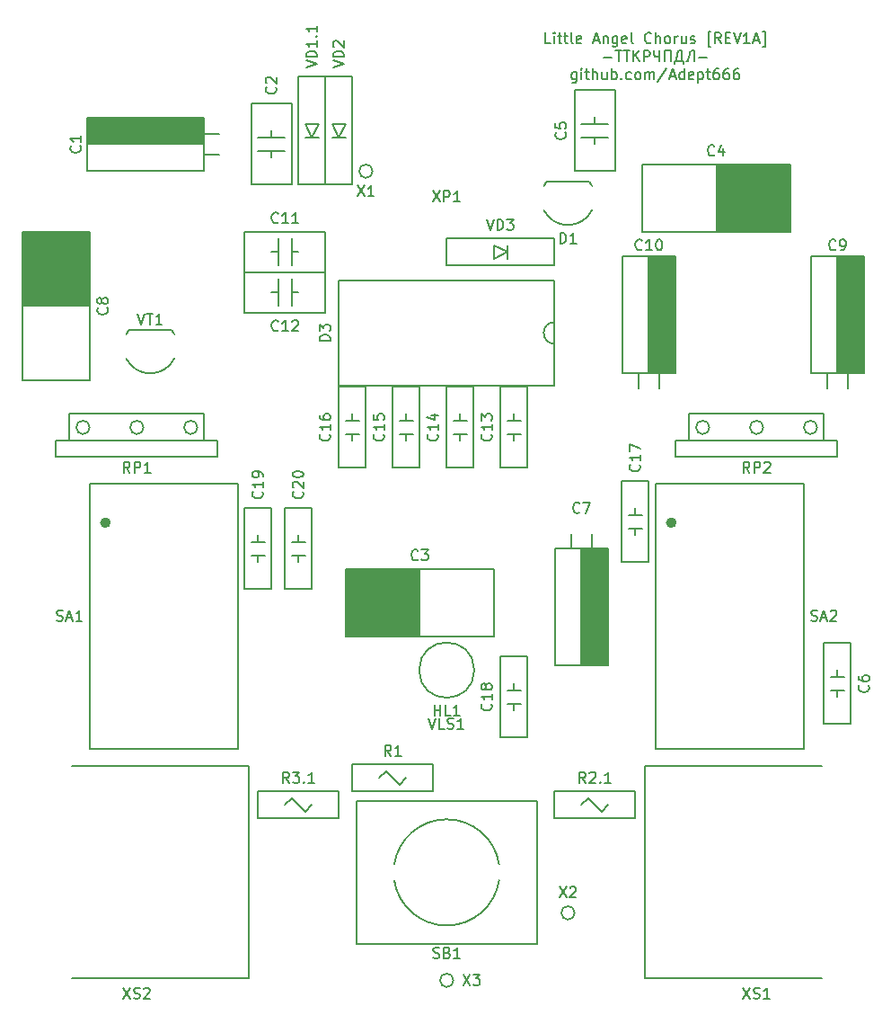
<source format=gbr>
G04 #@! TF.GenerationSoftware,KiCad,Pcbnew,5.1.6-c6e7f7d~87~ubuntu19.10.1*
G04 #@! TF.CreationDate,2021-07-29T05:59:27+06:00*
G04 #@! TF.ProjectId,little_angel_chorus_r1a,6c697474-6c65-45f6-916e-67656c5f6368,1A*
G04 #@! TF.SameCoordinates,Original*
G04 #@! TF.FileFunction,Legend,Top*
G04 #@! TF.FilePolarity,Positive*
%FSLAX46Y46*%
G04 Gerber Fmt 4.6, Leading zero omitted, Abs format (unit mm)*
G04 Created by KiCad (PCBNEW 5.1.6-c6e7f7d~87~ubuntu19.10.1) date 2021-07-29 05:59:27*
%MOMM*%
%LPD*%
G01*
G04 APERTURE LIST*
%ADD10C,0.200000*%
%ADD11C,0.100000*%
%ADD12C,0.500000*%
G04 APERTURE END LIST*
D10*
X115214047Y-94637380D02*
X114737857Y-94637380D01*
X114737857Y-93637380D01*
X115547380Y-94637380D02*
X115547380Y-93970714D01*
X115547380Y-93637380D02*
X115499761Y-93685000D01*
X115547380Y-93732619D01*
X115595000Y-93685000D01*
X115547380Y-93637380D01*
X115547380Y-93732619D01*
X115880714Y-93970714D02*
X116261666Y-93970714D01*
X116023571Y-93637380D02*
X116023571Y-94494523D01*
X116071190Y-94589761D01*
X116166428Y-94637380D01*
X116261666Y-94637380D01*
X116452142Y-93970714D02*
X116833095Y-93970714D01*
X116595000Y-93637380D02*
X116595000Y-94494523D01*
X116642619Y-94589761D01*
X116737857Y-94637380D01*
X116833095Y-94637380D01*
X117309285Y-94637380D02*
X117214047Y-94589761D01*
X117166428Y-94494523D01*
X117166428Y-93637380D01*
X118071190Y-94589761D02*
X117975952Y-94637380D01*
X117785476Y-94637380D01*
X117690238Y-94589761D01*
X117642619Y-94494523D01*
X117642619Y-94113571D01*
X117690238Y-94018333D01*
X117785476Y-93970714D01*
X117975952Y-93970714D01*
X118071190Y-94018333D01*
X118118809Y-94113571D01*
X118118809Y-94208809D01*
X117642619Y-94304047D01*
X119261666Y-94351666D02*
X119737857Y-94351666D01*
X119166428Y-94637380D02*
X119499761Y-93637380D01*
X119833095Y-94637380D01*
X120166428Y-93970714D02*
X120166428Y-94637380D01*
X120166428Y-94065952D02*
X120214047Y-94018333D01*
X120309285Y-93970714D01*
X120452142Y-93970714D01*
X120547380Y-94018333D01*
X120595000Y-94113571D01*
X120595000Y-94637380D01*
X121499761Y-93970714D02*
X121499761Y-94780238D01*
X121452142Y-94875476D01*
X121404523Y-94923095D01*
X121309285Y-94970714D01*
X121166428Y-94970714D01*
X121071190Y-94923095D01*
X121499761Y-94589761D02*
X121404523Y-94637380D01*
X121214047Y-94637380D01*
X121118809Y-94589761D01*
X121071190Y-94542142D01*
X121023571Y-94446904D01*
X121023571Y-94161190D01*
X121071190Y-94065952D01*
X121118809Y-94018333D01*
X121214047Y-93970714D01*
X121404523Y-93970714D01*
X121499761Y-94018333D01*
X122356904Y-94589761D02*
X122261666Y-94637380D01*
X122071190Y-94637380D01*
X121975952Y-94589761D01*
X121928333Y-94494523D01*
X121928333Y-94113571D01*
X121975952Y-94018333D01*
X122071190Y-93970714D01*
X122261666Y-93970714D01*
X122356904Y-94018333D01*
X122404523Y-94113571D01*
X122404523Y-94208809D01*
X121928333Y-94304047D01*
X122975952Y-94637380D02*
X122880714Y-94589761D01*
X122833095Y-94494523D01*
X122833095Y-93637380D01*
X124690238Y-94542142D02*
X124642619Y-94589761D01*
X124499761Y-94637380D01*
X124404523Y-94637380D01*
X124261666Y-94589761D01*
X124166428Y-94494523D01*
X124118809Y-94399285D01*
X124071190Y-94208809D01*
X124071190Y-94065952D01*
X124118809Y-93875476D01*
X124166428Y-93780238D01*
X124261666Y-93685000D01*
X124404523Y-93637380D01*
X124499761Y-93637380D01*
X124642619Y-93685000D01*
X124690238Y-93732619D01*
X125118809Y-94637380D02*
X125118809Y-93637380D01*
X125547380Y-94637380D02*
X125547380Y-94113571D01*
X125499761Y-94018333D01*
X125404523Y-93970714D01*
X125261666Y-93970714D01*
X125166428Y-94018333D01*
X125118809Y-94065952D01*
X126166428Y-94637380D02*
X126071190Y-94589761D01*
X126023571Y-94542142D01*
X125975952Y-94446904D01*
X125975952Y-94161190D01*
X126023571Y-94065952D01*
X126071190Y-94018333D01*
X126166428Y-93970714D01*
X126309285Y-93970714D01*
X126404523Y-94018333D01*
X126452142Y-94065952D01*
X126499761Y-94161190D01*
X126499761Y-94446904D01*
X126452142Y-94542142D01*
X126404523Y-94589761D01*
X126309285Y-94637380D01*
X126166428Y-94637380D01*
X126928333Y-94637380D02*
X126928333Y-93970714D01*
X126928333Y-94161190D02*
X126975952Y-94065952D01*
X127023571Y-94018333D01*
X127118809Y-93970714D01*
X127214047Y-93970714D01*
X127975952Y-93970714D02*
X127975952Y-94637380D01*
X127547380Y-93970714D02*
X127547380Y-94494523D01*
X127595000Y-94589761D01*
X127690238Y-94637380D01*
X127833095Y-94637380D01*
X127928333Y-94589761D01*
X127975952Y-94542142D01*
X128404523Y-94589761D02*
X128499761Y-94637380D01*
X128690238Y-94637380D01*
X128785476Y-94589761D01*
X128833095Y-94494523D01*
X128833095Y-94446904D01*
X128785476Y-94351666D01*
X128690238Y-94304047D01*
X128547380Y-94304047D01*
X128452142Y-94256428D01*
X128404523Y-94161190D01*
X128404523Y-94113571D01*
X128452142Y-94018333D01*
X128547380Y-93970714D01*
X128690238Y-93970714D01*
X128785476Y-94018333D01*
X130309285Y-94970714D02*
X130071190Y-94970714D01*
X130071190Y-93542142D01*
X130309285Y-93542142D01*
X131261666Y-94637380D02*
X130928333Y-94161190D01*
X130690238Y-94637380D02*
X130690238Y-93637380D01*
X131071190Y-93637380D01*
X131166428Y-93685000D01*
X131214047Y-93732619D01*
X131261666Y-93827857D01*
X131261666Y-93970714D01*
X131214047Y-94065952D01*
X131166428Y-94113571D01*
X131071190Y-94161190D01*
X130690238Y-94161190D01*
X131690238Y-94113571D02*
X132023571Y-94113571D01*
X132166428Y-94637380D02*
X131690238Y-94637380D01*
X131690238Y-93637380D01*
X132166428Y-93637380D01*
X132452142Y-93637380D02*
X132785476Y-94637380D01*
X133118809Y-93637380D01*
X133975952Y-94637380D02*
X133404523Y-94637380D01*
X133690238Y-94637380D02*
X133690238Y-93637380D01*
X133595000Y-93780238D01*
X133499761Y-93875476D01*
X133404523Y-93923095D01*
X134356904Y-94351666D02*
X134833095Y-94351666D01*
X134261666Y-94637380D02*
X134595000Y-93637380D01*
X134928333Y-94637380D01*
X135166428Y-94970714D02*
X135404523Y-94970714D01*
X135404523Y-93542142D01*
X135166428Y-93542142D01*
X120237857Y-95956428D02*
X120999761Y-95956428D01*
X121333095Y-95337380D02*
X121904523Y-95337380D01*
X121618809Y-96337380D02*
X121618809Y-95337380D01*
X122095000Y-95337380D02*
X122666428Y-95337380D01*
X122380714Y-96337380D02*
X122380714Y-95337380D01*
X122999761Y-96337380D02*
X122999761Y-95337380D01*
X123571190Y-96337380D02*
X123142619Y-95765952D01*
X123571190Y-95337380D02*
X122999761Y-95908809D01*
X123999761Y-96337380D02*
X123999761Y-95337380D01*
X124380714Y-95337380D01*
X124475952Y-95385000D01*
X124523571Y-95432619D01*
X124571190Y-95527857D01*
X124571190Y-95670714D01*
X124523571Y-95765952D01*
X124475952Y-95813571D01*
X124380714Y-95861190D01*
X123999761Y-95861190D01*
X125475952Y-95337380D02*
X125475952Y-96337380D01*
X124952142Y-95337380D02*
X124952142Y-95718333D01*
X124999761Y-95813571D01*
X125047380Y-95861190D01*
X125142619Y-95908809D01*
X125475952Y-95908809D01*
X125952142Y-96337380D02*
X125952142Y-95337380D01*
X126523571Y-95337380D01*
X126523571Y-96337380D01*
X127761666Y-96575476D02*
X127761666Y-96337380D01*
X126904523Y-96337380D01*
X126904523Y-96575476D01*
X127571190Y-96337380D02*
X127571190Y-95337380D01*
X127333095Y-95337380D01*
X127237857Y-95385000D01*
X127190238Y-95432619D01*
X127142619Y-95527857D01*
X127047380Y-96337380D01*
X128714047Y-96337380D02*
X128714047Y-95337380D01*
X128571190Y-95337380D01*
X128428333Y-95385000D01*
X128333095Y-95480238D01*
X128285476Y-95623095D01*
X128190238Y-96194523D01*
X128142619Y-96289761D01*
X128047380Y-96337380D01*
X127999761Y-96337380D01*
X129190238Y-95956428D02*
X129952142Y-95956428D01*
X117642619Y-97370714D02*
X117642619Y-98180238D01*
X117595000Y-98275476D01*
X117547380Y-98323095D01*
X117452142Y-98370714D01*
X117309285Y-98370714D01*
X117214047Y-98323095D01*
X117642619Y-97989761D02*
X117547380Y-98037380D01*
X117356904Y-98037380D01*
X117261666Y-97989761D01*
X117214047Y-97942142D01*
X117166428Y-97846904D01*
X117166428Y-97561190D01*
X117214047Y-97465952D01*
X117261666Y-97418333D01*
X117356904Y-97370714D01*
X117547380Y-97370714D01*
X117642619Y-97418333D01*
X118118809Y-98037380D02*
X118118809Y-97370714D01*
X118118809Y-97037380D02*
X118071190Y-97085000D01*
X118118809Y-97132619D01*
X118166428Y-97085000D01*
X118118809Y-97037380D01*
X118118809Y-97132619D01*
X118452142Y-97370714D02*
X118833095Y-97370714D01*
X118595000Y-97037380D02*
X118595000Y-97894523D01*
X118642619Y-97989761D01*
X118737857Y-98037380D01*
X118833095Y-98037380D01*
X119166428Y-98037380D02*
X119166428Y-97037380D01*
X119595000Y-98037380D02*
X119595000Y-97513571D01*
X119547380Y-97418333D01*
X119452142Y-97370714D01*
X119309285Y-97370714D01*
X119214047Y-97418333D01*
X119166428Y-97465952D01*
X120499761Y-97370714D02*
X120499761Y-98037380D01*
X120071190Y-97370714D02*
X120071190Y-97894523D01*
X120118809Y-97989761D01*
X120214047Y-98037380D01*
X120356904Y-98037380D01*
X120452142Y-97989761D01*
X120499761Y-97942142D01*
X120975952Y-98037380D02*
X120975952Y-97037380D01*
X120975952Y-97418333D02*
X121071190Y-97370714D01*
X121261666Y-97370714D01*
X121356904Y-97418333D01*
X121404523Y-97465952D01*
X121452142Y-97561190D01*
X121452142Y-97846904D01*
X121404523Y-97942142D01*
X121356904Y-97989761D01*
X121261666Y-98037380D01*
X121071190Y-98037380D01*
X120975952Y-97989761D01*
X121880714Y-97942142D02*
X121928333Y-97989761D01*
X121880714Y-98037380D01*
X121833095Y-97989761D01*
X121880714Y-97942142D01*
X121880714Y-98037380D01*
X122785476Y-97989761D02*
X122690238Y-98037380D01*
X122499761Y-98037380D01*
X122404523Y-97989761D01*
X122356904Y-97942142D01*
X122309285Y-97846904D01*
X122309285Y-97561190D01*
X122356904Y-97465952D01*
X122404523Y-97418333D01*
X122499761Y-97370714D01*
X122690238Y-97370714D01*
X122785476Y-97418333D01*
X123356904Y-98037380D02*
X123261666Y-97989761D01*
X123214047Y-97942142D01*
X123166428Y-97846904D01*
X123166428Y-97561190D01*
X123214047Y-97465952D01*
X123261666Y-97418333D01*
X123356904Y-97370714D01*
X123499761Y-97370714D01*
X123595000Y-97418333D01*
X123642619Y-97465952D01*
X123690238Y-97561190D01*
X123690238Y-97846904D01*
X123642619Y-97942142D01*
X123595000Y-97989761D01*
X123499761Y-98037380D01*
X123356904Y-98037380D01*
X124118809Y-98037380D02*
X124118809Y-97370714D01*
X124118809Y-97465952D02*
X124166428Y-97418333D01*
X124261666Y-97370714D01*
X124404523Y-97370714D01*
X124499761Y-97418333D01*
X124547380Y-97513571D01*
X124547380Y-98037380D01*
X124547380Y-97513571D02*
X124595000Y-97418333D01*
X124690238Y-97370714D01*
X124833095Y-97370714D01*
X124928333Y-97418333D01*
X124975952Y-97513571D01*
X124975952Y-98037380D01*
X126166428Y-96989761D02*
X125309285Y-98275476D01*
X126452142Y-97751666D02*
X126928333Y-97751666D01*
X126356904Y-98037380D02*
X126690238Y-97037380D01*
X127023571Y-98037380D01*
X127785476Y-98037380D02*
X127785476Y-97037380D01*
X127785476Y-97989761D02*
X127690238Y-98037380D01*
X127499761Y-98037380D01*
X127404523Y-97989761D01*
X127356904Y-97942142D01*
X127309285Y-97846904D01*
X127309285Y-97561190D01*
X127356904Y-97465952D01*
X127404523Y-97418333D01*
X127499761Y-97370714D01*
X127690238Y-97370714D01*
X127785476Y-97418333D01*
X128642619Y-97989761D02*
X128547380Y-98037380D01*
X128356904Y-98037380D01*
X128261666Y-97989761D01*
X128214047Y-97894523D01*
X128214047Y-97513571D01*
X128261666Y-97418333D01*
X128356904Y-97370714D01*
X128547380Y-97370714D01*
X128642619Y-97418333D01*
X128690238Y-97513571D01*
X128690238Y-97608809D01*
X128214047Y-97704047D01*
X129118809Y-97370714D02*
X129118809Y-98370714D01*
X129118809Y-97418333D02*
X129214047Y-97370714D01*
X129404523Y-97370714D01*
X129499761Y-97418333D01*
X129547380Y-97465952D01*
X129595000Y-97561190D01*
X129595000Y-97846904D01*
X129547380Y-97942142D01*
X129499761Y-97989761D01*
X129404523Y-98037380D01*
X129214047Y-98037380D01*
X129118809Y-97989761D01*
X129880714Y-97370714D02*
X130261666Y-97370714D01*
X130023571Y-97037380D02*
X130023571Y-97894523D01*
X130071190Y-97989761D01*
X130166428Y-98037380D01*
X130261666Y-98037380D01*
X131023571Y-97037380D02*
X130833095Y-97037380D01*
X130737857Y-97085000D01*
X130690238Y-97132619D01*
X130595000Y-97275476D01*
X130547380Y-97465952D01*
X130547380Y-97846904D01*
X130595000Y-97942142D01*
X130642619Y-97989761D01*
X130737857Y-98037380D01*
X130928333Y-98037380D01*
X131023571Y-97989761D01*
X131071190Y-97942142D01*
X131118809Y-97846904D01*
X131118809Y-97608809D01*
X131071190Y-97513571D01*
X131023571Y-97465952D01*
X130928333Y-97418333D01*
X130737857Y-97418333D01*
X130642619Y-97465952D01*
X130595000Y-97513571D01*
X130547380Y-97608809D01*
X131975952Y-97037380D02*
X131785476Y-97037380D01*
X131690238Y-97085000D01*
X131642619Y-97132619D01*
X131547380Y-97275476D01*
X131499761Y-97465952D01*
X131499761Y-97846904D01*
X131547380Y-97942142D01*
X131595000Y-97989761D01*
X131690238Y-98037380D01*
X131880714Y-98037380D01*
X131975952Y-97989761D01*
X132023571Y-97942142D01*
X132071190Y-97846904D01*
X132071190Y-97608809D01*
X132023571Y-97513571D01*
X131975952Y-97465952D01*
X131880714Y-97418333D01*
X131690238Y-97418333D01*
X131595000Y-97465952D01*
X131547380Y-97513571D01*
X131499761Y-97608809D01*
X132928333Y-97037380D02*
X132737857Y-97037380D01*
X132642619Y-97085000D01*
X132595000Y-97132619D01*
X132499761Y-97275476D01*
X132452142Y-97465952D01*
X132452142Y-97846904D01*
X132499761Y-97942142D01*
X132547380Y-97989761D01*
X132642619Y-98037380D01*
X132833095Y-98037380D01*
X132928333Y-97989761D01*
X132975952Y-97942142D01*
X133023571Y-97846904D01*
X133023571Y-97608809D01*
X132975952Y-97513571D01*
X132928333Y-97465952D01*
X132833095Y-97418333D01*
X132642619Y-97418333D01*
X132547380Y-97465952D01*
X132499761Y-97513571D01*
X132452142Y-97608809D01*
X140335000Y-130810000D02*
G75*
G03*
X140335000Y-130810000I-635000J0D01*
G01*
X135255000Y-130810000D02*
G75*
G03*
X135255000Y-130810000I-635000J0D01*
G01*
X130175000Y-130810000D02*
G75*
G03*
X130175000Y-130810000I-635000J0D01*
G01*
X142240000Y-132080000D02*
X142240000Y-133580000D01*
X127000000Y-132080000D02*
X127000000Y-133580000D01*
X140970000Y-129540000D02*
X140970000Y-132080000D01*
X128270000Y-129540000D02*
X128270000Y-132080000D01*
X127000000Y-133580000D02*
X142240000Y-133580000D01*
X127000000Y-132080000D02*
X142240000Y-132080000D01*
X128270000Y-129540000D02*
X140970000Y-129540000D01*
X81915000Y-130810000D02*
G75*
G03*
X81915000Y-130810000I-635000J0D01*
G01*
X76835000Y-130810000D02*
G75*
G03*
X76835000Y-130810000I-635000J0D01*
G01*
X71755000Y-130810000D02*
G75*
G03*
X71755000Y-130810000I-635000J0D01*
G01*
X83820000Y-132080000D02*
X83820000Y-133580000D01*
X68580000Y-132080000D02*
X68580000Y-133580000D01*
X82550000Y-129540000D02*
X82550000Y-132080000D01*
X69850000Y-129540000D02*
X69850000Y-132080000D01*
X68580000Y-133580000D02*
X83820000Y-133580000D01*
X68580000Y-132080000D02*
X83820000Y-132080000D01*
X69850000Y-129540000D02*
X82550000Y-129540000D01*
X95885000Y-150495000D02*
X95885000Y-144145000D01*
X109855000Y-150495000D02*
X109855000Y-144145000D01*
X109855000Y-144145000D02*
X95885000Y-144145000D01*
X109855000Y-150495000D02*
X95885000Y-150495000D01*
D11*
G36*
X102870000Y-150495000D02*
G01*
X95885000Y-150495000D01*
X95885000Y-144145000D01*
X102870000Y-144145000D01*
X102870000Y-150495000D01*
G37*
X102870000Y-150495000D02*
X95885000Y-150495000D01*
X95885000Y-144145000D01*
X102870000Y-144145000D01*
X102870000Y-150495000D01*
D12*
X126830000Y-139790000D02*
G75*
G03*
X126830000Y-139790000I-250000J0D01*
G01*
D10*
X139080000Y-136090000D02*
X139080000Y-161090000D01*
X125080000Y-136090000D02*
X125080000Y-161090000D01*
X125080000Y-161090000D02*
X139080000Y-161090000D01*
X125080000Y-136090000D02*
X139080000Y-136090000D01*
D12*
X73490000Y-139790000D02*
G75*
G03*
X73490000Y-139790000I-250000J0D01*
G01*
D10*
X85740000Y-136090000D02*
X85740000Y-161090000D01*
X71740000Y-136090000D02*
X71740000Y-161090000D01*
X71740000Y-161090000D02*
X85740000Y-161090000D01*
X71740000Y-136090000D02*
X85740000Y-136090000D01*
X119110000Y-142240000D02*
X119110000Y-140843000D01*
X115610000Y-153240000D02*
X120610000Y-153240000D01*
X115610000Y-142240000D02*
X120610000Y-142240000D01*
X115610000Y-153240000D02*
X115610000Y-142240000D01*
X117110000Y-142240000D02*
X117110000Y-140843000D01*
X120610000Y-153240000D02*
X120610000Y-142240000D01*
G36*
X118110000Y-142240000D02*
G01*
X120523000Y-142240000D01*
X120523000Y-153162000D01*
X118110000Y-153162000D01*
X118110000Y-142240000D01*
G37*
X118110000Y-142240000D02*
X120523000Y-142240000D01*
X120523000Y-153162000D01*
X118110000Y-153162000D01*
X118110000Y-142240000D01*
X118110000Y-153240000D02*
X118110000Y-142240000D01*
X96520000Y-97790000D02*
X96520000Y-107950000D01*
X93980000Y-97790000D02*
X93980000Y-107950000D01*
X96520000Y-97790000D02*
X93980000Y-97790000D01*
X96520000Y-107950000D02*
X93980000Y-107950000D01*
X95885000Y-102235000D02*
X94615000Y-102235000D01*
X95885000Y-102235000D02*
X95250000Y-103505000D01*
X94615000Y-102235000D02*
X95250000Y-103505000D01*
X95885000Y-103505000D02*
X94615000Y-103505000D01*
X79502000Y-121666000D02*
X75438000Y-121666000D01*
X79741152Y-124327308D02*
G75*
G02*
X77470000Y-125730000I-2271152J1137308D01*
G01*
X75198848Y-124327308D02*
G75*
G03*
X77470000Y-125730000I2271152J1137308D01*
G01*
X75198155Y-122054078D02*
G75*
G02*
X75438000Y-121666000I2271845J-1135922D01*
G01*
X79741749Y-122053885D02*
G75*
G03*
X79502000Y-121666000I-2271749J-1136115D01*
G01*
X105410000Y-113030000D02*
X115570000Y-113030000D01*
X105410000Y-115570000D02*
X115570000Y-115570000D01*
X105410000Y-113030000D02*
X105410000Y-115570000D01*
X115570000Y-113030000D02*
X115570000Y-115570000D01*
X109855000Y-113665000D02*
X109855000Y-114935000D01*
X109855000Y-113665000D02*
X111125000Y-114300000D01*
X109855000Y-114935000D02*
X111125000Y-114300000D01*
X111125000Y-113665000D02*
X111125000Y-114935000D01*
X143240000Y-125730000D02*
X143240000Y-127127000D01*
X139740000Y-114730000D02*
X144740000Y-114730000D01*
X139740000Y-125730000D02*
X144740000Y-125730000D01*
X139740000Y-114730000D02*
X139740000Y-125730000D01*
X141240000Y-125730000D02*
X141240000Y-127127000D01*
X144740000Y-114730000D02*
X144740000Y-125730000D01*
G36*
X142240000Y-114808000D02*
G01*
X144653000Y-114808000D01*
X144653000Y-125730000D01*
X142240000Y-125730000D01*
X142240000Y-114808000D01*
G37*
X142240000Y-114808000D02*
X144653000Y-114808000D01*
X144653000Y-125730000D01*
X142240000Y-125730000D01*
X142240000Y-114808000D01*
X142240000Y-114730000D02*
X142240000Y-125730000D01*
X125460000Y-125730000D02*
X125460000Y-127127000D01*
X121960000Y-114730000D02*
X126960000Y-114730000D01*
X121960000Y-125730000D02*
X126960000Y-125730000D01*
X121960000Y-114730000D02*
X121960000Y-125730000D01*
X123460000Y-125730000D02*
X123460000Y-127127000D01*
X126960000Y-114730000D02*
X126960000Y-125730000D01*
G36*
X124460000Y-114808000D02*
G01*
X126873000Y-114808000D01*
X126873000Y-125730000D01*
X124460000Y-125730000D01*
X124460000Y-114808000D01*
G37*
X124460000Y-114808000D02*
X126873000Y-114808000D01*
X126873000Y-125730000D01*
X124460000Y-125730000D01*
X124460000Y-114808000D01*
X124460000Y-114730000D02*
X124460000Y-125730000D01*
X65405000Y-112395000D02*
X71755000Y-112395000D01*
X65405000Y-126365000D02*
X71755000Y-126365000D01*
X71755000Y-126365000D02*
X71755000Y-112395000D01*
X65405000Y-126365000D02*
X65405000Y-112395000D01*
D11*
G36*
X65405000Y-119380000D02*
G01*
X65405000Y-112395000D01*
X71755000Y-112395000D01*
X71755000Y-119380000D01*
X65405000Y-119380000D01*
G37*
X65405000Y-119380000D02*
X65405000Y-112395000D01*
X71755000Y-112395000D01*
X71755000Y-119380000D01*
X65405000Y-119380000D01*
D10*
X88900000Y-138430000D02*
X88900000Y-146050000D01*
X86360000Y-138430000D02*
X86360000Y-146050000D01*
X88900000Y-138430000D02*
X86360000Y-138430000D01*
X88900000Y-146050000D02*
X86360000Y-146050000D01*
X87630000Y-140970000D02*
X87630000Y-141605000D01*
X87630000Y-142875000D02*
X87630000Y-143510000D01*
X88265000Y-141605000D02*
X86995000Y-141605000D01*
X88265000Y-142875000D02*
X86995000Y-142875000D01*
X143510000Y-151130000D02*
X143510000Y-158750000D01*
X140970000Y-151130000D02*
X140970000Y-158750000D01*
X143510000Y-151130000D02*
X140970000Y-151130000D01*
X143510000Y-158750000D02*
X140970000Y-158750000D01*
X142240000Y-153670000D02*
X142240000Y-154305000D01*
X142240000Y-155575000D02*
X142240000Y-156210000D01*
X142875000Y-154305000D02*
X141605000Y-154305000D01*
X142875000Y-155575000D02*
X141605000Y-155575000D01*
X92710000Y-138430000D02*
X92710000Y-146050000D01*
X90170000Y-138430000D02*
X90170000Y-146050000D01*
X92710000Y-138430000D02*
X90170000Y-138430000D01*
X92710000Y-146050000D02*
X90170000Y-146050000D01*
X91440000Y-140970000D02*
X91440000Y-141605000D01*
X91440000Y-142875000D02*
X91440000Y-143510000D01*
X92075000Y-141605000D02*
X90805000Y-141605000D01*
X92075000Y-142875000D02*
X90805000Y-142875000D01*
X124460000Y-135890000D02*
X124460000Y-143510000D01*
X121920000Y-135890000D02*
X121920000Y-143510000D01*
X124460000Y-135890000D02*
X121920000Y-135890000D01*
X124460000Y-143510000D02*
X121920000Y-143510000D01*
X123190000Y-138430000D02*
X123190000Y-139065000D01*
X123190000Y-140335000D02*
X123190000Y-140970000D01*
X123825000Y-139065000D02*
X122555000Y-139065000D01*
X123825000Y-140335000D02*
X122555000Y-140335000D01*
X93980000Y-97790000D02*
X93980000Y-107950000D01*
X91440000Y-97790000D02*
X91440000Y-107950000D01*
X93980000Y-97790000D02*
X91440000Y-97790000D01*
X93980000Y-107950000D02*
X91440000Y-107950000D01*
X93345000Y-102235000D02*
X92075000Y-102235000D01*
X93345000Y-102235000D02*
X92710000Y-103505000D01*
X92075000Y-102235000D02*
X92710000Y-103505000D01*
X93345000Y-103505000D02*
X92075000Y-103505000D01*
X115570000Y-116967000D02*
X95250000Y-116967000D01*
X95250000Y-116967000D02*
X95250000Y-126873000D01*
X115570000Y-116967000D02*
X115570000Y-126873000D01*
X115570000Y-126873000D02*
X95250000Y-126873000D01*
X115570000Y-120904000D02*
G75*
G03*
X115570000Y-122936000I0J-1016000D01*
G01*
X118872000Y-107696000D02*
X114808000Y-107696000D01*
X119111152Y-110357308D02*
G75*
G02*
X116840000Y-111760000I-2271152J1137308D01*
G01*
X114568848Y-110357308D02*
G75*
G03*
X116840000Y-111760000I2271152J1137308D01*
G01*
X114568155Y-108084078D02*
G75*
G02*
X114808000Y-107696000I2271845J-1135922D01*
G01*
X119111749Y-108083885D02*
G75*
G03*
X118872000Y-107696000I-2271749J-1136115D01*
G01*
X117475000Y-106680000D02*
X117475000Y-99060000D01*
X121285000Y-106680000D02*
X121285000Y-99060000D01*
X117475000Y-106680000D02*
X121285000Y-106680000D01*
X117475000Y-99060000D02*
X121285000Y-99060000D01*
X119380000Y-104140000D02*
X119380000Y-103505000D01*
X119380000Y-102235000D02*
X119380000Y-101600000D01*
X118110000Y-103505000D02*
X120650000Y-103505000D01*
X118110000Y-102235000D02*
X120650000Y-102235000D01*
X137795000Y-106045000D02*
X137795000Y-112395000D01*
X123825000Y-106045000D02*
X123825000Y-112395000D01*
X123825000Y-112395000D02*
X137795000Y-112395000D01*
X123825000Y-106045000D02*
X137795000Y-106045000D01*
D11*
G36*
X130810000Y-106045000D02*
G01*
X137795000Y-106045000D01*
X137795000Y-112395000D01*
X130810000Y-112395000D01*
X130810000Y-106045000D01*
G37*
X130810000Y-106045000D02*
X137795000Y-106045000D01*
X137795000Y-112395000D01*
X130810000Y-112395000D01*
X130810000Y-106045000D01*
D10*
X105410000Y-134620000D02*
X105410000Y-127000000D01*
X107950000Y-134620000D02*
X107950000Y-127000000D01*
X105410000Y-134620000D02*
X107950000Y-134620000D01*
X105410000Y-127000000D02*
X107950000Y-127000000D01*
X106680000Y-132080000D02*
X106680000Y-131445000D01*
X106680000Y-130175000D02*
X106680000Y-129540000D01*
X106045000Y-131445000D02*
X107315000Y-131445000D01*
X106045000Y-130175000D02*
X107315000Y-130175000D01*
X110490000Y-134620000D02*
X110490000Y-127000000D01*
X113030000Y-134620000D02*
X113030000Y-127000000D01*
X110490000Y-134620000D02*
X113030000Y-134620000D01*
X110490000Y-127000000D02*
X113030000Y-127000000D01*
X111760000Y-132080000D02*
X111760000Y-131445000D01*
X111760000Y-130175000D02*
X111760000Y-129540000D01*
X111125000Y-131445000D02*
X112395000Y-131445000D01*
X111125000Y-130175000D02*
X112395000Y-130175000D01*
X95250000Y-134620000D02*
X95250000Y-127000000D01*
X97790000Y-134620000D02*
X97790000Y-127000000D01*
X95250000Y-134620000D02*
X97790000Y-134620000D01*
X95250000Y-127000000D02*
X97790000Y-127000000D01*
X96520000Y-132080000D02*
X96520000Y-131445000D01*
X96520000Y-130175000D02*
X96520000Y-129540000D01*
X95885000Y-131445000D02*
X97155000Y-131445000D01*
X95885000Y-130175000D02*
X97155000Y-130175000D01*
X100330000Y-134620000D02*
X100330000Y-127000000D01*
X102870000Y-134620000D02*
X102870000Y-127000000D01*
X100330000Y-134620000D02*
X102870000Y-134620000D01*
X100330000Y-127000000D02*
X102870000Y-127000000D01*
X101600000Y-132080000D02*
X101600000Y-131445000D01*
X101600000Y-130175000D02*
X101600000Y-129540000D01*
X100965000Y-131445000D02*
X102235000Y-131445000D01*
X100965000Y-130175000D02*
X102235000Y-130175000D01*
X110490000Y-160020000D02*
X110490000Y-152400000D01*
X113030000Y-160020000D02*
X113030000Y-152400000D01*
X110490000Y-160020000D02*
X113030000Y-160020000D01*
X110490000Y-152400000D02*
X113030000Y-152400000D01*
X111760000Y-157480000D02*
X111760000Y-156845000D01*
X111760000Y-155575000D02*
X111760000Y-154940000D01*
X111125000Y-156845000D02*
X112395000Y-156845000D01*
X111125000Y-155575000D02*
X112395000Y-155575000D01*
X86360000Y-116205000D02*
X93980000Y-116205000D01*
X86360000Y-120015000D02*
X93980000Y-120015000D01*
X86360000Y-116205000D02*
X86360000Y-120015000D01*
X93980000Y-116205000D02*
X93980000Y-120015000D01*
X88900000Y-118110000D02*
X89535000Y-118110000D01*
X90805000Y-118110000D02*
X91440000Y-118110000D01*
X89535000Y-116840000D02*
X89535000Y-119380000D01*
X90805000Y-116840000D02*
X90805000Y-119380000D01*
X86360000Y-112395000D02*
X93980000Y-112395000D01*
X86360000Y-116205000D02*
X93980000Y-116205000D01*
X86360000Y-112395000D02*
X86360000Y-116205000D01*
X93980000Y-112395000D02*
X93980000Y-116205000D01*
X88900000Y-114300000D02*
X89535000Y-114300000D01*
X90805000Y-114300000D02*
X91440000Y-114300000D01*
X89535000Y-113030000D02*
X89535000Y-115570000D01*
X90805000Y-113030000D02*
X90805000Y-115570000D01*
X87630000Y-165100000D02*
X95250000Y-165100000D01*
X87630000Y-167640000D02*
X95250000Y-167640000D01*
X87630000Y-165100000D02*
X87630000Y-167640000D01*
X95250000Y-165100000D02*
X95250000Y-167640000D01*
X90170000Y-166370000D02*
X90805000Y-165735000D01*
X90805000Y-165735000D02*
X92075000Y-167005000D01*
X92075000Y-167005000D02*
X92710000Y-166370000D01*
X106045000Y-182880000D02*
G75*
G03*
X106045000Y-182880000I-635000J0D01*
G01*
X123190000Y-167640000D02*
X115570000Y-167640000D01*
X123190000Y-165100000D02*
X115570000Y-165100000D01*
X123190000Y-167640000D02*
X123190000Y-165100000D01*
X115570000Y-167640000D02*
X115570000Y-165100000D01*
X120650000Y-166370000D02*
X120015000Y-167005000D01*
X120015000Y-167005000D02*
X118745000Y-165735000D01*
X118745000Y-165735000D02*
X118110000Y-166370000D01*
X86995000Y-107950000D02*
X86995000Y-100330000D01*
X90805000Y-107950000D02*
X90805000Y-100330000D01*
X86995000Y-107950000D02*
X90805000Y-107950000D01*
X86995000Y-100330000D02*
X90805000Y-100330000D01*
X88900000Y-105410000D02*
X88900000Y-104775000D01*
X88900000Y-103505000D02*
X88900000Y-102870000D01*
X87630000Y-104775000D02*
X90170000Y-104775000D01*
X87630000Y-103505000D02*
X90170000Y-103505000D01*
X82550000Y-103140000D02*
X83947000Y-103140000D01*
X71550000Y-106640000D02*
X71550000Y-101640000D01*
X82550000Y-106640000D02*
X82550000Y-101640000D01*
X71550000Y-106640000D02*
X82550000Y-106640000D01*
X82550000Y-105140000D02*
X83947000Y-105140000D01*
X71550000Y-101640000D02*
X82550000Y-101640000D01*
G36*
X71628000Y-104140000D02*
G01*
X71628000Y-101727000D01*
X82550000Y-101727000D01*
X82550000Y-104140000D01*
X71628000Y-104140000D01*
G37*
X71628000Y-104140000D02*
X71628000Y-101727000D01*
X82550000Y-101727000D01*
X82550000Y-104140000D01*
X71628000Y-104140000D01*
X71550000Y-104140000D02*
X82550000Y-104140000D01*
X86740000Y-162720000D02*
X86740000Y-182720000D01*
X86740000Y-162720000D02*
X70040000Y-162720000D01*
X86740000Y-182720000D02*
X70040000Y-182720000D01*
X124080000Y-182720000D02*
X124080000Y-162720000D01*
X124080000Y-182720000D02*
X140780000Y-182720000D01*
X124080000Y-162720000D02*
X140780000Y-162720000D01*
X117475000Y-176530000D02*
G75*
G03*
X117475000Y-176530000I-635000J0D01*
G01*
X96520000Y-162560000D02*
X104140000Y-162560000D01*
X96520000Y-165100000D02*
X104140000Y-165100000D01*
X96520000Y-162560000D02*
X96520000Y-165100000D01*
X104140000Y-162560000D02*
X104140000Y-165100000D01*
X99060000Y-163830000D02*
X99695000Y-163195000D01*
X99695000Y-163195000D02*
X100965000Y-164465000D01*
X100965000Y-164465000D02*
X101600000Y-163830000D01*
X98425000Y-106680000D02*
G75*
G03*
X98425000Y-106680000I-635000J0D01*
G01*
X113910000Y-165970000D02*
X113910000Y-179470000D01*
X96910000Y-165970000D02*
X96910000Y-179470000D01*
X96910000Y-179470000D02*
X113910000Y-179470000D01*
X96910000Y-165970000D02*
X113910000Y-165970000D01*
X110352469Y-171963696D02*
G75*
G03*
X105410000Y-167720000I-4942469J-756304D01*
G01*
X100468142Y-173480286D02*
G75*
G03*
X105410000Y-177720000I4941858J760286D01*
G01*
X110352469Y-173476304D02*
G75*
G02*
X105410000Y-177720000I-4942469J756304D01*
G01*
X100468142Y-171959714D02*
G75*
G02*
X105410000Y-167720000I4941858J-760286D01*
G01*
X108010000Y-153670000D02*
G75*
G03*
X108010000Y-153670000I-2600000J0D01*
G01*
X133953333Y-135072380D02*
X133620000Y-134596190D01*
X133381904Y-135072380D02*
X133381904Y-134072380D01*
X133762857Y-134072380D01*
X133858095Y-134120000D01*
X133905714Y-134167619D01*
X133953333Y-134262857D01*
X133953333Y-134405714D01*
X133905714Y-134500952D01*
X133858095Y-134548571D01*
X133762857Y-134596190D01*
X133381904Y-134596190D01*
X134381904Y-135072380D02*
X134381904Y-134072380D01*
X134762857Y-134072380D01*
X134858095Y-134120000D01*
X134905714Y-134167619D01*
X134953333Y-134262857D01*
X134953333Y-134405714D01*
X134905714Y-134500952D01*
X134858095Y-134548571D01*
X134762857Y-134596190D01*
X134381904Y-134596190D01*
X135334285Y-134167619D02*
X135381904Y-134120000D01*
X135477142Y-134072380D01*
X135715238Y-134072380D01*
X135810476Y-134120000D01*
X135858095Y-134167619D01*
X135905714Y-134262857D01*
X135905714Y-134358095D01*
X135858095Y-134500952D01*
X135286666Y-135072380D01*
X135905714Y-135072380D01*
X75533333Y-135072380D02*
X75200000Y-134596190D01*
X74961904Y-135072380D02*
X74961904Y-134072380D01*
X75342857Y-134072380D01*
X75438095Y-134120000D01*
X75485714Y-134167619D01*
X75533333Y-134262857D01*
X75533333Y-134405714D01*
X75485714Y-134500952D01*
X75438095Y-134548571D01*
X75342857Y-134596190D01*
X74961904Y-134596190D01*
X75961904Y-135072380D02*
X75961904Y-134072380D01*
X76342857Y-134072380D01*
X76438095Y-134120000D01*
X76485714Y-134167619D01*
X76533333Y-134262857D01*
X76533333Y-134405714D01*
X76485714Y-134500952D01*
X76438095Y-134548571D01*
X76342857Y-134596190D01*
X75961904Y-134596190D01*
X77485714Y-135072380D02*
X76914285Y-135072380D01*
X77200000Y-135072380D02*
X77200000Y-134072380D01*
X77104761Y-134215238D01*
X77009523Y-134310476D01*
X76914285Y-134358095D01*
X102703333Y-143232142D02*
X102655714Y-143279761D01*
X102512857Y-143327380D01*
X102417619Y-143327380D01*
X102274761Y-143279761D01*
X102179523Y-143184523D01*
X102131904Y-143089285D01*
X102084285Y-142898809D01*
X102084285Y-142755952D01*
X102131904Y-142565476D01*
X102179523Y-142470238D01*
X102274761Y-142375000D01*
X102417619Y-142327380D01*
X102512857Y-142327380D01*
X102655714Y-142375000D01*
X102703333Y-142422619D01*
X103036666Y-142327380D02*
X103655714Y-142327380D01*
X103322380Y-142708333D01*
X103465238Y-142708333D01*
X103560476Y-142755952D01*
X103608095Y-142803571D01*
X103655714Y-142898809D01*
X103655714Y-143136904D01*
X103608095Y-143232142D01*
X103560476Y-143279761D01*
X103465238Y-143327380D01*
X103179523Y-143327380D01*
X103084285Y-143279761D01*
X103036666Y-143232142D01*
X139779523Y-148994761D02*
X139922380Y-149042380D01*
X140160476Y-149042380D01*
X140255714Y-148994761D01*
X140303333Y-148947142D01*
X140350952Y-148851904D01*
X140350952Y-148756666D01*
X140303333Y-148661428D01*
X140255714Y-148613809D01*
X140160476Y-148566190D01*
X139970000Y-148518571D01*
X139874761Y-148470952D01*
X139827142Y-148423333D01*
X139779523Y-148328095D01*
X139779523Y-148232857D01*
X139827142Y-148137619D01*
X139874761Y-148090000D01*
X139970000Y-148042380D01*
X140208095Y-148042380D01*
X140350952Y-148090000D01*
X140731904Y-148756666D02*
X141208095Y-148756666D01*
X140636666Y-149042380D02*
X140970000Y-148042380D01*
X141303333Y-149042380D01*
X141589047Y-148137619D02*
X141636666Y-148090000D01*
X141731904Y-148042380D01*
X141970000Y-148042380D01*
X142065238Y-148090000D01*
X142112857Y-148137619D01*
X142160476Y-148232857D01*
X142160476Y-148328095D01*
X142112857Y-148470952D01*
X141541428Y-149042380D01*
X142160476Y-149042380D01*
X68659523Y-148994761D02*
X68802380Y-149042380D01*
X69040476Y-149042380D01*
X69135714Y-148994761D01*
X69183333Y-148947142D01*
X69230952Y-148851904D01*
X69230952Y-148756666D01*
X69183333Y-148661428D01*
X69135714Y-148613809D01*
X69040476Y-148566190D01*
X68850000Y-148518571D01*
X68754761Y-148470952D01*
X68707142Y-148423333D01*
X68659523Y-148328095D01*
X68659523Y-148232857D01*
X68707142Y-148137619D01*
X68754761Y-148090000D01*
X68850000Y-148042380D01*
X69088095Y-148042380D01*
X69230952Y-148090000D01*
X69611904Y-148756666D02*
X70088095Y-148756666D01*
X69516666Y-149042380D02*
X69850000Y-148042380D01*
X70183333Y-149042380D01*
X71040476Y-149042380D02*
X70469047Y-149042380D01*
X70754761Y-149042380D02*
X70754761Y-148042380D01*
X70659523Y-148185238D01*
X70564285Y-148280476D01*
X70469047Y-148328095D01*
X117943333Y-138787142D02*
X117895714Y-138834761D01*
X117752857Y-138882380D01*
X117657619Y-138882380D01*
X117514761Y-138834761D01*
X117419523Y-138739523D01*
X117371904Y-138644285D01*
X117324285Y-138453809D01*
X117324285Y-138310952D01*
X117371904Y-138120476D01*
X117419523Y-138025238D01*
X117514761Y-137930000D01*
X117657619Y-137882380D01*
X117752857Y-137882380D01*
X117895714Y-137930000D01*
X117943333Y-137977619D01*
X118276666Y-137882380D02*
X118943333Y-137882380D01*
X118514761Y-138882380D01*
X94702380Y-96929761D02*
X95702380Y-96596428D01*
X94702380Y-96263095D01*
X95702380Y-95929761D02*
X94702380Y-95929761D01*
X94702380Y-95691666D01*
X94750000Y-95548809D01*
X94845238Y-95453571D01*
X94940476Y-95405952D01*
X95130952Y-95358333D01*
X95273809Y-95358333D01*
X95464285Y-95405952D01*
X95559523Y-95453571D01*
X95654761Y-95548809D01*
X95702380Y-95691666D01*
X95702380Y-95929761D01*
X94797619Y-94977380D02*
X94750000Y-94929761D01*
X94702380Y-94834523D01*
X94702380Y-94596428D01*
X94750000Y-94501190D01*
X94797619Y-94453571D01*
X94892857Y-94405952D01*
X94988095Y-94405952D01*
X95130952Y-94453571D01*
X95702380Y-95025000D01*
X95702380Y-94405952D01*
X76279523Y-120102380D02*
X76612857Y-121102380D01*
X76946190Y-120102380D01*
X77136666Y-120102380D02*
X77708095Y-120102380D01*
X77422380Y-121102380D02*
X77422380Y-120102380D01*
X78565238Y-121102380D02*
X77993809Y-121102380D01*
X78279523Y-121102380D02*
X78279523Y-120102380D01*
X78184285Y-120245238D01*
X78089047Y-120340476D01*
X77993809Y-120388095D01*
X109180476Y-111212380D02*
X109513809Y-112212380D01*
X109847142Y-111212380D01*
X110180476Y-112212380D02*
X110180476Y-111212380D01*
X110418571Y-111212380D01*
X110561428Y-111260000D01*
X110656666Y-111355238D01*
X110704285Y-111450476D01*
X110751904Y-111640952D01*
X110751904Y-111783809D01*
X110704285Y-111974285D01*
X110656666Y-112069523D01*
X110561428Y-112164761D01*
X110418571Y-112212380D01*
X110180476Y-112212380D01*
X111085238Y-111212380D02*
X111704285Y-111212380D01*
X111370952Y-111593333D01*
X111513809Y-111593333D01*
X111609047Y-111640952D01*
X111656666Y-111688571D01*
X111704285Y-111783809D01*
X111704285Y-112021904D01*
X111656666Y-112117142D01*
X111609047Y-112164761D01*
X111513809Y-112212380D01*
X111228095Y-112212380D01*
X111132857Y-112164761D01*
X111085238Y-112117142D01*
X142073333Y-114022142D02*
X142025714Y-114069761D01*
X141882857Y-114117380D01*
X141787619Y-114117380D01*
X141644761Y-114069761D01*
X141549523Y-113974523D01*
X141501904Y-113879285D01*
X141454285Y-113688809D01*
X141454285Y-113545952D01*
X141501904Y-113355476D01*
X141549523Y-113260238D01*
X141644761Y-113165000D01*
X141787619Y-113117380D01*
X141882857Y-113117380D01*
X142025714Y-113165000D01*
X142073333Y-113212619D01*
X142549523Y-114117380D02*
X142740000Y-114117380D01*
X142835238Y-114069761D01*
X142882857Y-114022142D01*
X142978095Y-113879285D01*
X143025714Y-113688809D01*
X143025714Y-113307857D01*
X142978095Y-113212619D01*
X142930476Y-113165000D01*
X142835238Y-113117380D01*
X142644761Y-113117380D01*
X142549523Y-113165000D01*
X142501904Y-113212619D01*
X142454285Y-113307857D01*
X142454285Y-113545952D01*
X142501904Y-113641190D01*
X142549523Y-113688809D01*
X142644761Y-113736428D01*
X142835238Y-113736428D01*
X142930476Y-113688809D01*
X142978095Y-113641190D01*
X143025714Y-113545952D01*
X123817142Y-114022142D02*
X123769523Y-114069761D01*
X123626666Y-114117380D01*
X123531428Y-114117380D01*
X123388571Y-114069761D01*
X123293333Y-113974523D01*
X123245714Y-113879285D01*
X123198095Y-113688809D01*
X123198095Y-113545952D01*
X123245714Y-113355476D01*
X123293333Y-113260238D01*
X123388571Y-113165000D01*
X123531428Y-113117380D01*
X123626666Y-113117380D01*
X123769523Y-113165000D01*
X123817142Y-113212619D01*
X124769523Y-114117380D02*
X124198095Y-114117380D01*
X124483809Y-114117380D02*
X124483809Y-113117380D01*
X124388571Y-113260238D01*
X124293333Y-113355476D01*
X124198095Y-113403095D01*
X125388571Y-113117380D02*
X125483809Y-113117380D01*
X125579047Y-113165000D01*
X125626666Y-113212619D01*
X125674285Y-113307857D01*
X125721904Y-113498333D01*
X125721904Y-113736428D01*
X125674285Y-113926904D01*
X125626666Y-114022142D01*
X125579047Y-114069761D01*
X125483809Y-114117380D01*
X125388571Y-114117380D01*
X125293333Y-114069761D01*
X125245714Y-114022142D01*
X125198095Y-113926904D01*
X125150476Y-113736428D01*
X125150476Y-113498333D01*
X125198095Y-113307857D01*
X125245714Y-113212619D01*
X125293333Y-113165000D01*
X125388571Y-113117380D01*
X73382142Y-119546666D02*
X73429761Y-119594285D01*
X73477380Y-119737142D01*
X73477380Y-119832380D01*
X73429761Y-119975238D01*
X73334523Y-120070476D01*
X73239285Y-120118095D01*
X73048809Y-120165714D01*
X72905952Y-120165714D01*
X72715476Y-120118095D01*
X72620238Y-120070476D01*
X72525000Y-119975238D01*
X72477380Y-119832380D01*
X72477380Y-119737142D01*
X72525000Y-119594285D01*
X72572619Y-119546666D01*
X72905952Y-118975238D02*
X72858333Y-119070476D01*
X72810714Y-119118095D01*
X72715476Y-119165714D01*
X72667857Y-119165714D01*
X72572619Y-119118095D01*
X72525000Y-119070476D01*
X72477380Y-118975238D01*
X72477380Y-118784761D01*
X72525000Y-118689523D01*
X72572619Y-118641904D01*
X72667857Y-118594285D01*
X72715476Y-118594285D01*
X72810714Y-118641904D01*
X72858333Y-118689523D01*
X72905952Y-118784761D01*
X72905952Y-118975238D01*
X72953571Y-119070476D01*
X73001190Y-119118095D01*
X73096428Y-119165714D01*
X73286904Y-119165714D01*
X73382142Y-119118095D01*
X73429761Y-119070476D01*
X73477380Y-118975238D01*
X73477380Y-118784761D01*
X73429761Y-118689523D01*
X73382142Y-118641904D01*
X73286904Y-118594285D01*
X73096428Y-118594285D01*
X73001190Y-118641904D01*
X72953571Y-118689523D01*
X72905952Y-118784761D01*
X87987142Y-136855476D02*
X88034761Y-136903095D01*
X88082380Y-137045952D01*
X88082380Y-137141190D01*
X88034761Y-137284047D01*
X87939523Y-137379285D01*
X87844285Y-137426904D01*
X87653809Y-137474523D01*
X87510952Y-137474523D01*
X87320476Y-137426904D01*
X87225238Y-137379285D01*
X87130000Y-137284047D01*
X87082380Y-137141190D01*
X87082380Y-137045952D01*
X87130000Y-136903095D01*
X87177619Y-136855476D01*
X88082380Y-135903095D02*
X88082380Y-136474523D01*
X88082380Y-136188809D02*
X87082380Y-136188809D01*
X87225238Y-136284047D01*
X87320476Y-136379285D01*
X87368095Y-136474523D01*
X88082380Y-135426904D02*
X88082380Y-135236428D01*
X88034761Y-135141190D01*
X87987142Y-135093571D01*
X87844285Y-134998333D01*
X87653809Y-134950714D01*
X87272857Y-134950714D01*
X87177619Y-134998333D01*
X87130000Y-135045952D01*
X87082380Y-135141190D01*
X87082380Y-135331666D01*
X87130000Y-135426904D01*
X87177619Y-135474523D01*
X87272857Y-135522142D01*
X87510952Y-135522142D01*
X87606190Y-135474523D01*
X87653809Y-135426904D01*
X87701428Y-135331666D01*
X87701428Y-135141190D01*
X87653809Y-135045952D01*
X87606190Y-134998333D01*
X87510952Y-134950714D01*
X145137142Y-155106666D02*
X145184761Y-155154285D01*
X145232380Y-155297142D01*
X145232380Y-155392380D01*
X145184761Y-155535238D01*
X145089523Y-155630476D01*
X144994285Y-155678095D01*
X144803809Y-155725714D01*
X144660952Y-155725714D01*
X144470476Y-155678095D01*
X144375238Y-155630476D01*
X144280000Y-155535238D01*
X144232380Y-155392380D01*
X144232380Y-155297142D01*
X144280000Y-155154285D01*
X144327619Y-155106666D01*
X144232380Y-154249523D02*
X144232380Y-154440000D01*
X144280000Y-154535238D01*
X144327619Y-154582857D01*
X144470476Y-154678095D01*
X144660952Y-154725714D01*
X145041904Y-154725714D01*
X145137142Y-154678095D01*
X145184761Y-154630476D01*
X145232380Y-154535238D01*
X145232380Y-154344761D01*
X145184761Y-154249523D01*
X145137142Y-154201904D01*
X145041904Y-154154285D01*
X144803809Y-154154285D01*
X144708571Y-154201904D01*
X144660952Y-154249523D01*
X144613333Y-154344761D01*
X144613333Y-154535238D01*
X144660952Y-154630476D01*
X144708571Y-154678095D01*
X144803809Y-154725714D01*
X91797142Y-136855476D02*
X91844761Y-136903095D01*
X91892380Y-137045952D01*
X91892380Y-137141190D01*
X91844761Y-137284047D01*
X91749523Y-137379285D01*
X91654285Y-137426904D01*
X91463809Y-137474523D01*
X91320952Y-137474523D01*
X91130476Y-137426904D01*
X91035238Y-137379285D01*
X90940000Y-137284047D01*
X90892380Y-137141190D01*
X90892380Y-137045952D01*
X90940000Y-136903095D01*
X90987619Y-136855476D01*
X90987619Y-136474523D02*
X90940000Y-136426904D01*
X90892380Y-136331666D01*
X90892380Y-136093571D01*
X90940000Y-135998333D01*
X90987619Y-135950714D01*
X91082857Y-135903095D01*
X91178095Y-135903095D01*
X91320952Y-135950714D01*
X91892380Y-136522142D01*
X91892380Y-135903095D01*
X90892380Y-135284047D02*
X90892380Y-135188809D01*
X90940000Y-135093571D01*
X90987619Y-135045952D01*
X91082857Y-134998333D01*
X91273333Y-134950714D01*
X91511428Y-134950714D01*
X91701904Y-134998333D01*
X91797142Y-135045952D01*
X91844761Y-135093571D01*
X91892380Y-135188809D01*
X91892380Y-135284047D01*
X91844761Y-135379285D01*
X91797142Y-135426904D01*
X91701904Y-135474523D01*
X91511428Y-135522142D01*
X91273333Y-135522142D01*
X91082857Y-135474523D01*
X90987619Y-135426904D01*
X90940000Y-135379285D01*
X90892380Y-135284047D01*
X123547142Y-134315476D02*
X123594761Y-134363095D01*
X123642380Y-134505952D01*
X123642380Y-134601190D01*
X123594761Y-134744047D01*
X123499523Y-134839285D01*
X123404285Y-134886904D01*
X123213809Y-134934523D01*
X123070952Y-134934523D01*
X122880476Y-134886904D01*
X122785238Y-134839285D01*
X122690000Y-134744047D01*
X122642380Y-134601190D01*
X122642380Y-134505952D01*
X122690000Y-134363095D01*
X122737619Y-134315476D01*
X123642380Y-133363095D02*
X123642380Y-133934523D01*
X123642380Y-133648809D02*
X122642380Y-133648809D01*
X122785238Y-133744047D01*
X122880476Y-133839285D01*
X122928095Y-133934523D01*
X122642380Y-133029761D02*
X122642380Y-132363095D01*
X123642380Y-132791666D01*
X92162380Y-96929761D02*
X93162380Y-96596428D01*
X92162380Y-96263095D01*
X93162380Y-95929761D02*
X92162380Y-95929761D01*
X92162380Y-95691666D01*
X92210000Y-95548809D01*
X92305238Y-95453571D01*
X92400476Y-95405952D01*
X92590952Y-95358333D01*
X92733809Y-95358333D01*
X92924285Y-95405952D01*
X93019523Y-95453571D01*
X93114761Y-95548809D01*
X93162380Y-95691666D01*
X93162380Y-95929761D01*
X93162380Y-94405952D02*
X93162380Y-94977380D01*
X93162380Y-94691666D02*
X92162380Y-94691666D01*
X92305238Y-94786904D01*
X92400476Y-94882142D01*
X92448095Y-94977380D01*
X93067142Y-93977380D02*
X93114761Y-93929761D01*
X93162380Y-93977380D01*
X93114761Y-94025000D01*
X93067142Y-93977380D01*
X93162380Y-93977380D01*
X93162380Y-92977380D02*
X93162380Y-93548809D01*
X93162380Y-93263095D02*
X92162380Y-93263095D01*
X92305238Y-93358333D01*
X92400476Y-93453571D01*
X92448095Y-93548809D01*
X94432380Y-122658095D02*
X93432380Y-122658095D01*
X93432380Y-122420000D01*
X93480000Y-122277142D01*
X93575238Y-122181904D01*
X93670476Y-122134285D01*
X93860952Y-122086666D01*
X94003809Y-122086666D01*
X94194285Y-122134285D01*
X94289523Y-122181904D01*
X94384761Y-122277142D01*
X94432380Y-122420000D01*
X94432380Y-122658095D01*
X93432380Y-121753333D02*
X93432380Y-121134285D01*
X93813333Y-121467619D01*
X93813333Y-121324761D01*
X93860952Y-121229523D01*
X93908571Y-121181904D01*
X94003809Y-121134285D01*
X94241904Y-121134285D01*
X94337142Y-121181904D01*
X94384761Y-121229523D01*
X94432380Y-121324761D01*
X94432380Y-121610476D01*
X94384761Y-121705714D01*
X94337142Y-121753333D01*
X116101904Y-113482380D02*
X116101904Y-112482380D01*
X116340000Y-112482380D01*
X116482857Y-112530000D01*
X116578095Y-112625238D01*
X116625714Y-112720476D01*
X116673333Y-112910952D01*
X116673333Y-113053809D01*
X116625714Y-113244285D01*
X116578095Y-113339523D01*
X116482857Y-113434761D01*
X116340000Y-113482380D01*
X116101904Y-113482380D01*
X117625714Y-113482380D02*
X117054285Y-113482380D01*
X117340000Y-113482380D02*
X117340000Y-112482380D01*
X117244761Y-112625238D01*
X117149523Y-112720476D01*
X117054285Y-112768095D01*
X116562142Y-103036666D02*
X116609761Y-103084285D01*
X116657380Y-103227142D01*
X116657380Y-103322380D01*
X116609761Y-103465238D01*
X116514523Y-103560476D01*
X116419285Y-103608095D01*
X116228809Y-103655714D01*
X116085952Y-103655714D01*
X115895476Y-103608095D01*
X115800238Y-103560476D01*
X115705000Y-103465238D01*
X115657380Y-103322380D01*
X115657380Y-103227142D01*
X115705000Y-103084285D01*
X115752619Y-103036666D01*
X115657380Y-102131904D02*
X115657380Y-102608095D01*
X116133571Y-102655714D01*
X116085952Y-102608095D01*
X116038333Y-102512857D01*
X116038333Y-102274761D01*
X116085952Y-102179523D01*
X116133571Y-102131904D01*
X116228809Y-102084285D01*
X116466904Y-102084285D01*
X116562142Y-102131904D01*
X116609761Y-102179523D01*
X116657380Y-102274761D01*
X116657380Y-102512857D01*
X116609761Y-102608095D01*
X116562142Y-102655714D01*
X130643333Y-105132142D02*
X130595714Y-105179761D01*
X130452857Y-105227380D01*
X130357619Y-105227380D01*
X130214761Y-105179761D01*
X130119523Y-105084523D01*
X130071904Y-104989285D01*
X130024285Y-104798809D01*
X130024285Y-104655952D01*
X130071904Y-104465476D01*
X130119523Y-104370238D01*
X130214761Y-104275000D01*
X130357619Y-104227380D01*
X130452857Y-104227380D01*
X130595714Y-104275000D01*
X130643333Y-104322619D01*
X131500476Y-104560714D02*
X131500476Y-105227380D01*
X131262380Y-104179761D02*
X131024285Y-104894047D01*
X131643333Y-104894047D01*
X104497142Y-131452857D02*
X104544761Y-131500476D01*
X104592380Y-131643333D01*
X104592380Y-131738571D01*
X104544761Y-131881428D01*
X104449523Y-131976666D01*
X104354285Y-132024285D01*
X104163809Y-132071904D01*
X104020952Y-132071904D01*
X103830476Y-132024285D01*
X103735238Y-131976666D01*
X103640000Y-131881428D01*
X103592380Y-131738571D01*
X103592380Y-131643333D01*
X103640000Y-131500476D01*
X103687619Y-131452857D01*
X104592380Y-130500476D02*
X104592380Y-131071904D01*
X104592380Y-130786190D02*
X103592380Y-130786190D01*
X103735238Y-130881428D01*
X103830476Y-130976666D01*
X103878095Y-131071904D01*
X103925714Y-129643333D02*
X104592380Y-129643333D01*
X103544761Y-129881428D02*
X104259047Y-130119523D01*
X104259047Y-129500476D01*
X109577142Y-131452857D02*
X109624761Y-131500476D01*
X109672380Y-131643333D01*
X109672380Y-131738571D01*
X109624761Y-131881428D01*
X109529523Y-131976666D01*
X109434285Y-132024285D01*
X109243809Y-132071904D01*
X109100952Y-132071904D01*
X108910476Y-132024285D01*
X108815238Y-131976666D01*
X108720000Y-131881428D01*
X108672380Y-131738571D01*
X108672380Y-131643333D01*
X108720000Y-131500476D01*
X108767619Y-131452857D01*
X109672380Y-130500476D02*
X109672380Y-131071904D01*
X109672380Y-130786190D02*
X108672380Y-130786190D01*
X108815238Y-130881428D01*
X108910476Y-130976666D01*
X108958095Y-131071904D01*
X108672380Y-130167142D02*
X108672380Y-129548095D01*
X109053333Y-129881428D01*
X109053333Y-129738571D01*
X109100952Y-129643333D01*
X109148571Y-129595714D01*
X109243809Y-129548095D01*
X109481904Y-129548095D01*
X109577142Y-129595714D01*
X109624761Y-129643333D01*
X109672380Y-129738571D01*
X109672380Y-130024285D01*
X109624761Y-130119523D01*
X109577142Y-130167142D01*
X94337142Y-131452857D02*
X94384761Y-131500476D01*
X94432380Y-131643333D01*
X94432380Y-131738571D01*
X94384761Y-131881428D01*
X94289523Y-131976666D01*
X94194285Y-132024285D01*
X94003809Y-132071904D01*
X93860952Y-132071904D01*
X93670476Y-132024285D01*
X93575238Y-131976666D01*
X93480000Y-131881428D01*
X93432380Y-131738571D01*
X93432380Y-131643333D01*
X93480000Y-131500476D01*
X93527619Y-131452857D01*
X94432380Y-130500476D02*
X94432380Y-131071904D01*
X94432380Y-130786190D02*
X93432380Y-130786190D01*
X93575238Y-130881428D01*
X93670476Y-130976666D01*
X93718095Y-131071904D01*
X93432380Y-129643333D02*
X93432380Y-129833809D01*
X93480000Y-129929047D01*
X93527619Y-129976666D01*
X93670476Y-130071904D01*
X93860952Y-130119523D01*
X94241904Y-130119523D01*
X94337142Y-130071904D01*
X94384761Y-130024285D01*
X94432380Y-129929047D01*
X94432380Y-129738571D01*
X94384761Y-129643333D01*
X94337142Y-129595714D01*
X94241904Y-129548095D01*
X94003809Y-129548095D01*
X93908571Y-129595714D01*
X93860952Y-129643333D01*
X93813333Y-129738571D01*
X93813333Y-129929047D01*
X93860952Y-130024285D01*
X93908571Y-130071904D01*
X94003809Y-130119523D01*
X99417142Y-131452857D02*
X99464761Y-131500476D01*
X99512380Y-131643333D01*
X99512380Y-131738571D01*
X99464761Y-131881428D01*
X99369523Y-131976666D01*
X99274285Y-132024285D01*
X99083809Y-132071904D01*
X98940952Y-132071904D01*
X98750476Y-132024285D01*
X98655238Y-131976666D01*
X98560000Y-131881428D01*
X98512380Y-131738571D01*
X98512380Y-131643333D01*
X98560000Y-131500476D01*
X98607619Y-131452857D01*
X99512380Y-130500476D02*
X99512380Y-131071904D01*
X99512380Y-130786190D02*
X98512380Y-130786190D01*
X98655238Y-130881428D01*
X98750476Y-130976666D01*
X98798095Y-131071904D01*
X98512380Y-129595714D02*
X98512380Y-130071904D01*
X98988571Y-130119523D01*
X98940952Y-130071904D01*
X98893333Y-129976666D01*
X98893333Y-129738571D01*
X98940952Y-129643333D01*
X98988571Y-129595714D01*
X99083809Y-129548095D01*
X99321904Y-129548095D01*
X99417142Y-129595714D01*
X99464761Y-129643333D01*
X99512380Y-129738571D01*
X99512380Y-129976666D01*
X99464761Y-130071904D01*
X99417142Y-130119523D01*
X109577142Y-156852857D02*
X109624761Y-156900476D01*
X109672380Y-157043333D01*
X109672380Y-157138571D01*
X109624761Y-157281428D01*
X109529523Y-157376666D01*
X109434285Y-157424285D01*
X109243809Y-157471904D01*
X109100952Y-157471904D01*
X108910476Y-157424285D01*
X108815238Y-157376666D01*
X108720000Y-157281428D01*
X108672380Y-157138571D01*
X108672380Y-157043333D01*
X108720000Y-156900476D01*
X108767619Y-156852857D01*
X109672380Y-155900476D02*
X109672380Y-156471904D01*
X109672380Y-156186190D02*
X108672380Y-156186190D01*
X108815238Y-156281428D01*
X108910476Y-156376666D01*
X108958095Y-156471904D01*
X109100952Y-155329047D02*
X109053333Y-155424285D01*
X109005714Y-155471904D01*
X108910476Y-155519523D01*
X108862857Y-155519523D01*
X108767619Y-155471904D01*
X108720000Y-155424285D01*
X108672380Y-155329047D01*
X108672380Y-155138571D01*
X108720000Y-155043333D01*
X108767619Y-154995714D01*
X108862857Y-154948095D01*
X108910476Y-154948095D01*
X109005714Y-154995714D01*
X109053333Y-155043333D01*
X109100952Y-155138571D01*
X109100952Y-155329047D01*
X109148571Y-155424285D01*
X109196190Y-155471904D01*
X109291428Y-155519523D01*
X109481904Y-155519523D01*
X109577142Y-155471904D01*
X109624761Y-155424285D01*
X109672380Y-155329047D01*
X109672380Y-155138571D01*
X109624761Y-155043333D01*
X109577142Y-154995714D01*
X109481904Y-154948095D01*
X109291428Y-154948095D01*
X109196190Y-154995714D01*
X109148571Y-155043333D01*
X109100952Y-155138571D01*
X89527142Y-121642142D02*
X89479523Y-121689761D01*
X89336666Y-121737380D01*
X89241428Y-121737380D01*
X89098571Y-121689761D01*
X89003333Y-121594523D01*
X88955714Y-121499285D01*
X88908095Y-121308809D01*
X88908095Y-121165952D01*
X88955714Y-120975476D01*
X89003333Y-120880238D01*
X89098571Y-120785000D01*
X89241428Y-120737380D01*
X89336666Y-120737380D01*
X89479523Y-120785000D01*
X89527142Y-120832619D01*
X90479523Y-121737380D02*
X89908095Y-121737380D01*
X90193809Y-121737380D02*
X90193809Y-120737380D01*
X90098571Y-120880238D01*
X90003333Y-120975476D01*
X89908095Y-121023095D01*
X90860476Y-120832619D02*
X90908095Y-120785000D01*
X91003333Y-120737380D01*
X91241428Y-120737380D01*
X91336666Y-120785000D01*
X91384285Y-120832619D01*
X91431904Y-120927857D01*
X91431904Y-121023095D01*
X91384285Y-121165952D01*
X90812857Y-121737380D01*
X91431904Y-121737380D01*
X89527142Y-111482142D02*
X89479523Y-111529761D01*
X89336666Y-111577380D01*
X89241428Y-111577380D01*
X89098571Y-111529761D01*
X89003333Y-111434523D01*
X88955714Y-111339285D01*
X88908095Y-111148809D01*
X88908095Y-111005952D01*
X88955714Y-110815476D01*
X89003333Y-110720238D01*
X89098571Y-110625000D01*
X89241428Y-110577380D01*
X89336666Y-110577380D01*
X89479523Y-110625000D01*
X89527142Y-110672619D01*
X90479523Y-111577380D02*
X89908095Y-111577380D01*
X90193809Y-111577380D02*
X90193809Y-110577380D01*
X90098571Y-110720238D01*
X90003333Y-110815476D01*
X89908095Y-110863095D01*
X91431904Y-111577380D02*
X90860476Y-111577380D01*
X91146190Y-111577380D02*
X91146190Y-110577380D01*
X91050952Y-110720238D01*
X90955714Y-110815476D01*
X90860476Y-110863095D01*
X90559047Y-164282380D02*
X90225714Y-163806190D01*
X89987619Y-164282380D02*
X89987619Y-163282380D01*
X90368571Y-163282380D01*
X90463809Y-163330000D01*
X90511428Y-163377619D01*
X90559047Y-163472857D01*
X90559047Y-163615714D01*
X90511428Y-163710952D01*
X90463809Y-163758571D01*
X90368571Y-163806190D01*
X89987619Y-163806190D01*
X90892380Y-163282380D02*
X91511428Y-163282380D01*
X91178095Y-163663333D01*
X91320952Y-163663333D01*
X91416190Y-163710952D01*
X91463809Y-163758571D01*
X91511428Y-163853809D01*
X91511428Y-164091904D01*
X91463809Y-164187142D01*
X91416190Y-164234761D01*
X91320952Y-164282380D01*
X91035238Y-164282380D01*
X90940000Y-164234761D01*
X90892380Y-164187142D01*
X91940000Y-164187142D02*
X91987619Y-164234761D01*
X91940000Y-164282380D01*
X91892380Y-164234761D01*
X91940000Y-164187142D01*
X91940000Y-164282380D01*
X92940000Y-164282380D02*
X92368571Y-164282380D01*
X92654285Y-164282380D02*
X92654285Y-163282380D01*
X92559047Y-163425238D01*
X92463809Y-163520476D01*
X92368571Y-163568095D01*
X106952857Y-182332380D02*
X107619523Y-183332380D01*
X107619523Y-182332380D02*
X106952857Y-183332380D01*
X107905238Y-182332380D02*
X108524285Y-182332380D01*
X108190952Y-182713333D01*
X108333809Y-182713333D01*
X108429047Y-182760952D01*
X108476666Y-182808571D01*
X108524285Y-182903809D01*
X108524285Y-183141904D01*
X108476666Y-183237142D01*
X108429047Y-183284761D01*
X108333809Y-183332380D01*
X108048095Y-183332380D01*
X107952857Y-183284761D01*
X107905238Y-183237142D01*
X118499047Y-164282380D02*
X118165714Y-163806190D01*
X117927619Y-164282380D02*
X117927619Y-163282380D01*
X118308571Y-163282380D01*
X118403809Y-163330000D01*
X118451428Y-163377619D01*
X118499047Y-163472857D01*
X118499047Y-163615714D01*
X118451428Y-163710952D01*
X118403809Y-163758571D01*
X118308571Y-163806190D01*
X117927619Y-163806190D01*
X118880000Y-163377619D02*
X118927619Y-163330000D01*
X119022857Y-163282380D01*
X119260952Y-163282380D01*
X119356190Y-163330000D01*
X119403809Y-163377619D01*
X119451428Y-163472857D01*
X119451428Y-163568095D01*
X119403809Y-163710952D01*
X118832380Y-164282380D01*
X119451428Y-164282380D01*
X119880000Y-164187142D02*
X119927619Y-164234761D01*
X119880000Y-164282380D01*
X119832380Y-164234761D01*
X119880000Y-164187142D01*
X119880000Y-164282380D01*
X120880000Y-164282380D02*
X120308571Y-164282380D01*
X120594285Y-164282380D02*
X120594285Y-163282380D01*
X120499047Y-163425238D01*
X120403809Y-163520476D01*
X120308571Y-163568095D01*
X89257142Y-98755476D02*
X89304761Y-98803095D01*
X89352380Y-98945952D01*
X89352380Y-99041190D01*
X89304761Y-99184047D01*
X89209523Y-99279285D01*
X89114285Y-99326904D01*
X88923809Y-99374523D01*
X88780952Y-99374523D01*
X88590476Y-99326904D01*
X88495238Y-99279285D01*
X88400000Y-99184047D01*
X88352380Y-99041190D01*
X88352380Y-98945952D01*
X88400000Y-98803095D01*
X88447619Y-98755476D01*
X88447619Y-98374523D02*
X88400000Y-98326904D01*
X88352380Y-98231666D01*
X88352380Y-97993571D01*
X88400000Y-97898333D01*
X88447619Y-97850714D01*
X88542857Y-97803095D01*
X88638095Y-97803095D01*
X88780952Y-97850714D01*
X89352380Y-98422142D01*
X89352380Y-97803095D01*
X70842142Y-104306666D02*
X70889761Y-104354285D01*
X70937380Y-104497142D01*
X70937380Y-104592380D01*
X70889761Y-104735238D01*
X70794523Y-104830476D01*
X70699285Y-104878095D01*
X70508809Y-104925714D01*
X70365952Y-104925714D01*
X70175476Y-104878095D01*
X70080238Y-104830476D01*
X69985000Y-104735238D01*
X69937380Y-104592380D01*
X69937380Y-104497142D01*
X69985000Y-104354285D01*
X70032619Y-104306666D01*
X70937380Y-103354285D02*
X70937380Y-103925714D01*
X70937380Y-103640000D02*
X69937380Y-103640000D01*
X70080238Y-103735238D01*
X70175476Y-103830476D01*
X70223095Y-103925714D01*
X74914285Y-183602380D02*
X75580952Y-184602380D01*
X75580952Y-183602380D02*
X74914285Y-184602380D01*
X75914285Y-184554761D02*
X76057142Y-184602380D01*
X76295238Y-184602380D01*
X76390476Y-184554761D01*
X76438095Y-184507142D01*
X76485714Y-184411904D01*
X76485714Y-184316666D01*
X76438095Y-184221428D01*
X76390476Y-184173809D01*
X76295238Y-184126190D01*
X76104761Y-184078571D01*
X76009523Y-184030952D01*
X75961904Y-183983333D01*
X75914285Y-183888095D01*
X75914285Y-183792857D01*
X75961904Y-183697619D01*
X76009523Y-183650000D01*
X76104761Y-183602380D01*
X76342857Y-183602380D01*
X76485714Y-183650000D01*
X76866666Y-183697619D02*
X76914285Y-183650000D01*
X77009523Y-183602380D01*
X77247619Y-183602380D01*
X77342857Y-183650000D01*
X77390476Y-183697619D01*
X77438095Y-183792857D01*
X77438095Y-183888095D01*
X77390476Y-184030952D01*
X76819047Y-184602380D01*
X77438095Y-184602380D01*
X133334285Y-183602380D02*
X134000952Y-184602380D01*
X134000952Y-183602380D02*
X133334285Y-184602380D01*
X134334285Y-184554761D02*
X134477142Y-184602380D01*
X134715238Y-184602380D01*
X134810476Y-184554761D01*
X134858095Y-184507142D01*
X134905714Y-184411904D01*
X134905714Y-184316666D01*
X134858095Y-184221428D01*
X134810476Y-184173809D01*
X134715238Y-184126190D01*
X134524761Y-184078571D01*
X134429523Y-184030952D01*
X134381904Y-183983333D01*
X134334285Y-183888095D01*
X134334285Y-183792857D01*
X134381904Y-183697619D01*
X134429523Y-183650000D01*
X134524761Y-183602380D01*
X134762857Y-183602380D01*
X134905714Y-183650000D01*
X135858095Y-184602380D02*
X135286666Y-184602380D01*
X135572380Y-184602380D02*
X135572380Y-183602380D01*
X135477142Y-183745238D01*
X135381904Y-183840476D01*
X135286666Y-183888095D01*
X116030476Y-174077380D02*
X116697142Y-175077380D01*
X116697142Y-174077380D02*
X116030476Y-175077380D01*
X117030476Y-174172619D02*
X117078095Y-174125000D01*
X117173333Y-174077380D01*
X117411428Y-174077380D01*
X117506666Y-174125000D01*
X117554285Y-174172619D01*
X117601904Y-174267857D01*
X117601904Y-174363095D01*
X117554285Y-174505952D01*
X116982857Y-175077380D01*
X117601904Y-175077380D01*
X100163333Y-161742380D02*
X99830000Y-161266190D01*
X99591904Y-161742380D02*
X99591904Y-160742380D01*
X99972857Y-160742380D01*
X100068095Y-160790000D01*
X100115714Y-160837619D01*
X100163333Y-160932857D01*
X100163333Y-161075714D01*
X100115714Y-161170952D01*
X100068095Y-161218571D01*
X99972857Y-161266190D01*
X99591904Y-161266190D01*
X101115714Y-161742380D02*
X100544285Y-161742380D01*
X100830000Y-161742380D02*
X100830000Y-160742380D01*
X100734761Y-160885238D01*
X100639523Y-160980476D01*
X100544285Y-161028095D01*
X104243333Y-157932380D02*
X104243333Y-156932380D01*
X104243333Y-157408571D02*
X104814761Y-157408571D01*
X104814761Y-157932380D02*
X104814761Y-156932380D01*
X105767142Y-157932380D02*
X105290952Y-157932380D01*
X105290952Y-156932380D01*
X106624285Y-157932380D02*
X106052857Y-157932380D01*
X106338571Y-157932380D02*
X106338571Y-156932380D01*
X106243333Y-157075238D01*
X106148095Y-157170476D01*
X106052857Y-157218095D01*
X96980476Y-108037380D02*
X97647142Y-109037380D01*
X97647142Y-108037380D02*
X96980476Y-109037380D01*
X98551904Y-109037380D02*
X97980476Y-109037380D01*
X98266190Y-109037380D02*
X98266190Y-108037380D01*
X98170952Y-108180238D01*
X98075714Y-108275476D01*
X97980476Y-108323095D01*
X104148095Y-180744761D02*
X104290952Y-180792380D01*
X104529047Y-180792380D01*
X104624285Y-180744761D01*
X104671904Y-180697142D01*
X104719523Y-180601904D01*
X104719523Y-180506666D01*
X104671904Y-180411428D01*
X104624285Y-180363809D01*
X104529047Y-180316190D01*
X104338571Y-180268571D01*
X104243333Y-180220952D01*
X104195714Y-180173333D01*
X104148095Y-180078095D01*
X104148095Y-179982857D01*
X104195714Y-179887619D01*
X104243333Y-179840000D01*
X104338571Y-179792380D01*
X104576666Y-179792380D01*
X104719523Y-179840000D01*
X105481428Y-180268571D02*
X105624285Y-180316190D01*
X105671904Y-180363809D01*
X105719523Y-180459047D01*
X105719523Y-180601904D01*
X105671904Y-180697142D01*
X105624285Y-180744761D01*
X105529047Y-180792380D01*
X105148095Y-180792380D01*
X105148095Y-179792380D01*
X105481428Y-179792380D01*
X105576666Y-179840000D01*
X105624285Y-179887619D01*
X105671904Y-179982857D01*
X105671904Y-180078095D01*
X105624285Y-180173333D01*
X105576666Y-180220952D01*
X105481428Y-180268571D01*
X105148095Y-180268571D01*
X106671904Y-180792380D02*
X106100476Y-180792380D01*
X106386190Y-180792380D02*
X106386190Y-179792380D01*
X106290952Y-179935238D01*
X106195714Y-180030476D01*
X106100476Y-180078095D01*
X104100476Y-108545380D02*
X104767142Y-109545380D01*
X104767142Y-108545380D02*
X104100476Y-109545380D01*
X105148095Y-109545380D02*
X105148095Y-108545380D01*
X105529047Y-108545380D01*
X105624285Y-108593000D01*
X105671904Y-108640619D01*
X105719523Y-108735857D01*
X105719523Y-108878714D01*
X105671904Y-108973952D01*
X105624285Y-109021571D01*
X105529047Y-109069190D01*
X105148095Y-109069190D01*
X106671904Y-109545380D02*
X106100476Y-109545380D01*
X106386190Y-109545380D02*
X106386190Y-108545380D01*
X106290952Y-108688238D01*
X106195714Y-108783476D01*
X106100476Y-108831095D01*
X103719523Y-158202380D02*
X104052857Y-159202380D01*
X104386190Y-158202380D01*
X105195714Y-159202380D02*
X104719523Y-159202380D01*
X104719523Y-158202380D01*
X105481428Y-159154761D02*
X105624285Y-159202380D01*
X105862380Y-159202380D01*
X105957619Y-159154761D01*
X106005238Y-159107142D01*
X106052857Y-159011904D01*
X106052857Y-158916666D01*
X106005238Y-158821428D01*
X105957619Y-158773809D01*
X105862380Y-158726190D01*
X105671904Y-158678571D01*
X105576666Y-158630952D01*
X105529047Y-158583333D01*
X105481428Y-158488095D01*
X105481428Y-158392857D01*
X105529047Y-158297619D01*
X105576666Y-158250000D01*
X105671904Y-158202380D01*
X105910000Y-158202380D01*
X106052857Y-158250000D01*
X107005238Y-159202380D02*
X106433809Y-159202380D01*
X106719523Y-159202380D02*
X106719523Y-158202380D01*
X106624285Y-158345238D01*
X106529047Y-158440476D01*
X106433809Y-158488095D01*
M02*

</source>
